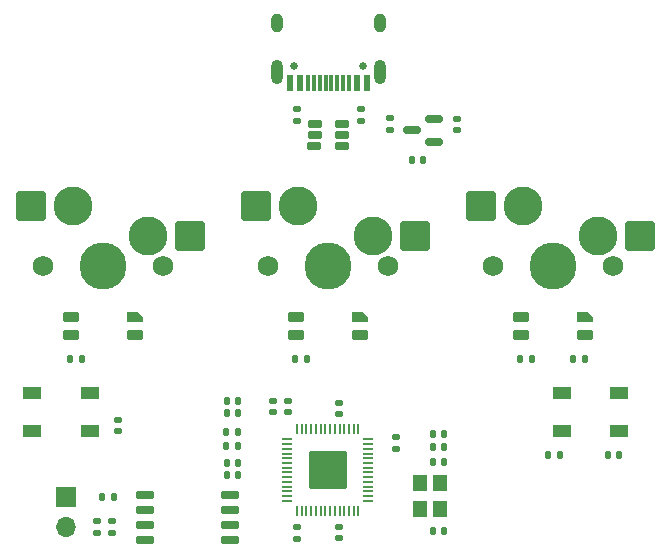
<source format=gbr>
%TF.GenerationSoftware,KiCad,Pcbnew,(6.0.5)*%
%TF.CreationDate,2022-07-04T16:26:11+08:00*%
%TF.ProjectId,RP2040-3k,52503230-3430-42d3-936b-2e6b69636164,rev?*%
%TF.SameCoordinates,Original*%
%TF.FileFunction,Soldermask,Top*%
%TF.FilePolarity,Negative*%
%FSLAX46Y46*%
G04 Gerber Fmt 4.6, Leading zero omitted, Abs format (unit mm)*
G04 Created by KiCad (PCBNEW (6.0.5)) date 2022-07-04 16:26:11*
%MOMM*%
%LPD*%
G01*
G04 APERTURE LIST*
G04 Aperture macros list*
%AMRoundRect*
0 Rectangle with rounded corners*
0 $1 Rounding radius*
0 $2 $3 $4 $5 $6 $7 $8 $9 X,Y pos of 4 corners*
0 Add a 4 corners polygon primitive as box body*
4,1,4,$2,$3,$4,$5,$6,$7,$8,$9,$2,$3,0*
0 Add four circle primitives for the rounded corners*
1,1,$1+$1,$2,$3*
1,1,$1+$1,$4,$5*
1,1,$1+$1,$6,$7*
1,1,$1+$1,$8,$9*
0 Add four rect primitives between the rounded corners*
20,1,$1+$1,$2,$3,$4,$5,0*
20,1,$1+$1,$4,$5,$6,$7,0*
20,1,$1+$1,$6,$7,$8,$9,0*
20,1,$1+$1,$8,$9,$2,$3,0*%
%AMFreePoly0*
4,1,18,-0.410000,0.265000,0.000000,0.675000,0.328000,0.675000,0.359380,0.668758,0.385983,0.650983,0.403758,0.624380,0.410000,0.593000,0.410000,-0.593000,0.403758,-0.624380,0.385983,-0.650983,0.359380,-0.668758,0.328000,-0.675000,-0.328000,-0.675000,-0.359380,-0.668758,-0.385983,-0.650983,-0.403758,-0.624380,-0.410000,-0.593000,-0.410000,0.265000,-0.410000,0.265000,$1*%
G04 Aperture macros list end*
%ADD10RoundRect,0.082000X-0.593000X0.328000X-0.593000X-0.328000X0.593000X-0.328000X0.593000X0.328000X0*%
%ADD11FreePoly0,270.000000*%
%ADD12RoundRect,0.140000X0.140000X0.170000X-0.140000X0.170000X-0.140000X-0.170000X0.140000X-0.170000X0*%
%ADD13RoundRect,0.135000X-0.185000X0.135000X-0.185000X-0.135000X0.185000X-0.135000X0.185000X0.135000X0*%
%ADD14RoundRect,0.135000X-0.135000X-0.185000X0.135000X-0.185000X0.135000X0.185000X-0.135000X0.185000X0*%
%ADD15RoundRect,0.050000X0.050000X-0.387500X0.050000X0.387500X-0.050000X0.387500X-0.050000X-0.387500X0*%
%ADD16RoundRect,0.050000X0.387500X-0.050000X0.387500X0.050000X-0.387500X0.050000X-0.387500X-0.050000X0*%
%ADD17RoundRect,0.144000X1.456000X-1.456000X1.456000X1.456000X-1.456000X1.456000X-1.456000X-1.456000X0*%
%ADD18RoundRect,0.150000X-0.650000X-0.150000X0.650000X-0.150000X0.650000X0.150000X-0.650000X0.150000X0*%
%ADD19RoundRect,0.140000X-0.140000X-0.170000X0.140000X-0.170000X0.140000X0.170000X-0.140000X0.170000X0*%
%ADD20RoundRect,0.140000X0.170000X-0.140000X0.170000X0.140000X-0.170000X0.140000X-0.170000X-0.140000X0*%
%ADD21R,1.200000X1.400000*%
%ADD22RoundRect,0.140000X-0.170000X0.140000X-0.170000X-0.140000X0.170000X-0.140000X0.170000X0.140000X0*%
%ADD23R,1.500000X1.000000*%
%ADD24RoundRect,0.135000X0.135000X0.185000X-0.135000X0.185000X-0.135000X-0.185000X0.135000X-0.185000X0*%
%ADD25RoundRect,0.147500X-0.172500X0.147500X-0.172500X-0.147500X0.172500X-0.147500X0.172500X0.147500X0*%
%ADD26R,1.700000X1.700000*%
%ADD27O,1.700000X1.700000*%
%ADD28RoundRect,0.150000X-0.475000X-0.150000X0.475000X-0.150000X0.475000X0.150000X-0.475000X0.150000X0*%
%ADD29C,1.750000*%
%ADD30C,3.987800*%
%ADD31C,3.300000*%
%ADD32RoundRect,0.250000X-1.025000X-1.000000X1.025000X-1.000000X1.025000X1.000000X-1.025000X1.000000X0*%
%ADD33RoundRect,0.150000X0.587500X0.150000X-0.587500X0.150000X-0.587500X-0.150000X0.587500X-0.150000X0*%
%ADD34RoundRect,0.135000X0.185000X-0.135000X0.185000X0.135000X-0.185000X0.135000X-0.185000X-0.135000X0*%
%ADD35C,0.650000*%
%ADD36R,0.600000X1.450000*%
%ADD37R,0.300000X1.450000*%
%ADD38O,1.000000X1.600000*%
%ADD39O,1.000000X2.100000*%
G04 APERTURE END LIST*
D10*
%TO.C,LED3*%
X61525375Y-65040000D03*
X61525375Y-63540000D03*
X66975375Y-65040000D03*
D11*
X66975375Y-63540000D03*
%TD*%
D12*
%TO.C,C16*%
X75675000Y-70628200D03*
X74715000Y-70628200D03*
%TD*%
D13*
%TO.C,R9*%
X89046250Y-73695000D03*
X89046250Y-74715000D03*
%TD*%
D14*
%TO.C,R7*%
X101920000Y-75220000D03*
X102940000Y-75220000D03*
%TD*%
D15*
%TO.C,U4*%
X80680000Y-79946250D03*
X81080000Y-79946250D03*
X81480000Y-79946250D03*
X81880000Y-79946250D03*
X82280000Y-79946250D03*
X82680000Y-79946250D03*
X83080000Y-79946250D03*
X83480000Y-79946250D03*
X83880000Y-79946250D03*
X84280000Y-79946250D03*
X84680000Y-79946250D03*
X85080000Y-79946250D03*
X85480000Y-79946250D03*
X85880000Y-79946250D03*
D16*
X86717500Y-79108750D03*
X86717500Y-78708750D03*
X86717500Y-78308750D03*
X86717500Y-77908750D03*
X86717500Y-77508750D03*
X86717500Y-77108750D03*
X86717500Y-76708750D03*
X86717500Y-76308750D03*
X86717500Y-75908750D03*
X86717500Y-75508750D03*
X86717500Y-75108750D03*
X86717500Y-74708750D03*
X86717500Y-74308750D03*
X86717500Y-73908750D03*
D15*
X85880000Y-73071250D03*
X85480000Y-73071250D03*
X85080000Y-73071250D03*
X84680000Y-73071250D03*
X84280000Y-73071250D03*
X83880000Y-73071250D03*
X83480000Y-73071250D03*
X83080000Y-73071250D03*
X82680000Y-73071250D03*
X82280000Y-73071250D03*
X81880000Y-73071250D03*
X81480000Y-73071250D03*
X81080000Y-73071250D03*
X80680000Y-73071250D03*
D16*
X79842500Y-73908750D03*
X79842500Y-74308750D03*
X79842500Y-74708750D03*
X79842500Y-75108750D03*
X79842500Y-75508750D03*
X79842500Y-75908750D03*
X79842500Y-76308750D03*
X79842500Y-76708750D03*
X79842500Y-77108750D03*
X79842500Y-77508750D03*
X79842500Y-77908750D03*
X79842500Y-78308750D03*
X79842500Y-78708750D03*
X79842500Y-79108750D03*
D17*
X83280000Y-76508750D03*
%TD*%
D13*
%TO.C,R1*%
X86106000Y-45972000D03*
X86106000Y-46992000D03*
%TD*%
D18*
%TO.C,U3*%
X67780000Y-78635000D03*
X67780000Y-79905000D03*
X67780000Y-81175000D03*
X67780000Y-82445000D03*
X74980000Y-82445000D03*
X74980000Y-81175000D03*
X74980000Y-79905000D03*
X74980000Y-78635000D03*
%TD*%
D19*
%TO.C,C7*%
X92186250Y-73425000D03*
X93146250Y-73425000D03*
%TD*%
D20*
%TO.C,C12*%
X84264250Y-71770000D03*
X84264250Y-70810000D03*
%TD*%
D21*
%TO.C,Y1*%
X91106250Y-77615000D03*
X91106250Y-79815000D03*
X92806250Y-79815000D03*
X92806250Y-77615000D03*
%TD*%
D20*
%TO.C,C9*%
X79946250Y-71599000D03*
X79946250Y-70639000D03*
%TD*%
D12*
%TO.C,C17*%
X107980000Y-75212000D03*
X107020000Y-75212000D03*
%TD*%
D22*
%TO.C,C3*%
X94240000Y-46780000D03*
X94240000Y-47740000D03*
%TD*%
D12*
%TO.C,C8*%
X75675000Y-71695000D03*
X74715000Y-71695000D03*
%TD*%
D22*
%TO.C,C1*%
X80693375Y-81368750D03*
X80693375Y-82328750D03*
%TD*%
D12*
%TO.C,C6*%
X75675000Y-76955000D03*
X74715000Y-76955000D03*
%TD*%
D19*
%TO.C,C2*%
X90407700Y-50254600D03*
X91367700Y-50254600D03*
%TD*%
D23*
%TO.C,D1*%
X107975375Y-73192500D03*
X107975375Y-69992500D03*
X103075375Y-69992500D03*
X103075375Y-73192500D03*
%TD*%
D24*
%TO.C,R6*%
X75712500Y-73262850D03*
X74692500Y-73262850D03*
%TD*%
D20*
%TO.C,C18*%
X65497500Y-73202500D03*
X65497500Y-72242500D03*
%TD*%
D13*
%TO.C,R4*%
X63770000Y-80790000D03*
X63770000Y-81810000D03*
%TD*%
D19*
%TO.C,C19*%
X99580625Y-67084000D03*
X100540625Y-67084000D03*
%TD*%
%TO.C,C11*%
X92186250Y-74545000D03*
X93146250Y-74545000D03*
%TD*%
D25*
%TO.C,F1*%
X88519000Y-46732000D03*
X88519000Y-47702000D03*
%TD*%
D26*
%TO.C,J2*%
X61090000Y-78820000D03*
D27*
X61090000Y-81360000D03*
%TD*%
D20*
%TO.C,C13*%
X78676250Y-71599000D03*
X78676250Y-70639000D03*
%TD*%
D24*
%TO.C,R5*%
X75712500Y-74431250D03*
X74692500Y-74431250D03*
%TD*%
D12*
%TO.C,C4*%
X93146250Y-75845000D03*
X92186250Y-75845000D03*
%TD*%
D14*
%TO.C,R8*%
X104070000Y-67140000D03*
X105090000Y-67140000D03*
%TD*%
D23*
%TO.C,D2*%
X63116375Y-73192500D03*
X63116375Y-69992500D03*
X58216375Y-69992500D03*
X58216375Y-73192500D03*
%TD*%
D13*
%TO.C,R3*%
X80645000Y-45974000D03*
X80645000Y-46994000D03*
%TD*%
D19*
%TO.C,C20*%
X80530625Y-67084000D03*
X81490625Y-67084000D03*
%TD*%
D10*
%TO.C,LED2*%
X80575375Y-65040000D03*
X80575375Y-63540000D03*
X86025375Y-65040000D03*
D11*
X86025375Y-63540000D03*
%TD*%
D28*
%TO.C,U2*%
X82168750Y-47183000D03*
X82168750Y-48133000D03*
X82093750Y-49083000D03*
X84518750Y-49083000D03*
X84518750Y-48133000D03*
X84518750Y-47183000D03*
%TD*%
D19*
%TO.C,C5*%
X92176250Y-81690000D03*
X93136250Y-81690000D03*
%TD*%
D29*
%TO.C,SW1*%
X59170375Y-59210000D03*
X69330375Y-59210000D03*
D30*
X64250375Y-59210000D03*
D31*
X68060375Y-56670000D03*
D32*
X71610375Y-56670000D03*
D31*
X61710375Y-54130000D03*
D32*
X58160375Y-54130000D03*
%TD*%
D29*
%TO.C,SW2*%
X88380375Y-59210000D03*
X78220375Y-59210000D03*
D30*
X83300375Y-59210000D03*
D32*
X90660375Y-56670000D03*
D31*
X87110375Y-56670000D03*
D32*
X77210375Y-54130000D03*
D31*
X80760375Y-54130000D03*
%TD*%
D33*
%TO.C,U1*%
X92277500Y-48690000D03*
X92277500Y-46790000D03*
X90402500Y-47740000D03*
%TD*%
D12*
%TO.C,C10*%
X65160000Y-78820000D03*
X64200000Y-78820000D03*
%TD*%
D10*
%TO.C,LED1*%
X99625375Y-65040000D03*
X99625375Y-63540000D03*
X105075375Y-65040000D03*
D11*
X105075375Y-63540000D03*
%TD*%
D19*
%TO.C,C21*%
X61480625Y-67084000D03*
X62440625Y-67084000D03*
%TD*%
D12*
%TO.C,C14*%
X75675000Y-75939000D03*
X74715000Y-75939000D03*
%TD*%
D29*
%TO.C,SW3*%
X107430375Y-59210000D03*
D30*
X102350375Y-59210000D03*
D29*
X97270375Y-59210000D03*
D32*
X109710375Y-56670000D03*
D31*
X106160375Y-56670000D03*
X99810375Y-54130000D03*
D32*
X96260375Y-54130000D03*
%TD*%
D34*
%TO.C,R2*%
X65041625Y-81806250D03*
X65041625Y-80786250D03*
%TD*%
D22*
%TO.C,C15*%
X84249375Y-81340750D03*
X84249375Y-82300750D03*
%TD*%
D35*
%TO.C,J1*%
X86233750Y-42287500D03*
X80453750Y-42287500D03*
D36*
X86593750Y-43732500D03*
X85793750Y-43732500D03*
D37*
X84593750Y-43732500D03*
X83593750Y-43732500D03*
X83093750Y-43732500D03*
X82093750Y-43732500D03*
D36*
X80893750Y-43732500D03*
X80093750Y-43732500D03*
X80093750Y-43732500D03*
X80893750Y-43732500D03*
D37*
X81593750Y-43732500D03*
X82593750Y-43732500D03*
X84093750Y-43732500D03*
X85093750Y-43732500D03*
D36*
X85793750Y-43732500D03*
X86593750Y-43732500D03*
D38*
X79023750Y-38637500D03*
X87663750Y-38637500D03*
D39*
X79023750Y-42817500D03*
X87663750Y-42817500D03*
%TD*%
M02*

</source>
